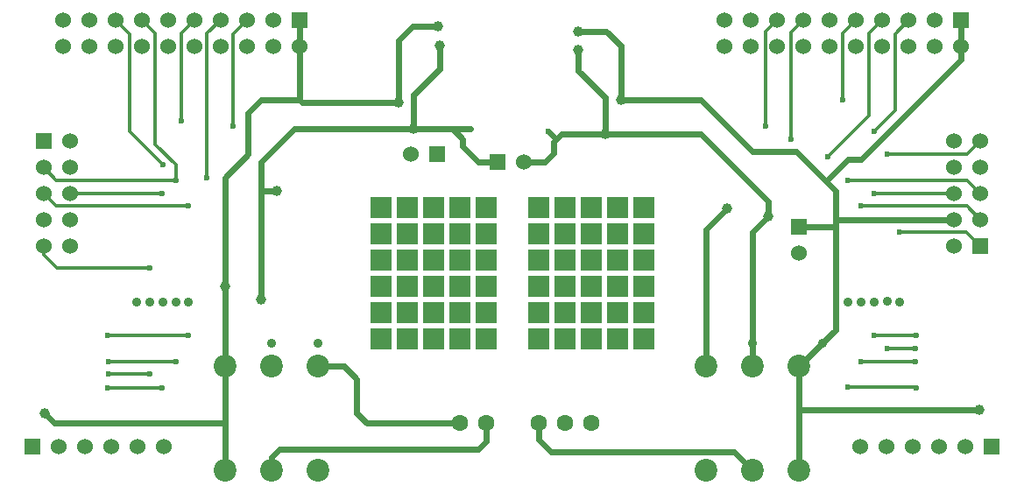
<source format=gbl>
G04 Layer_Physical_Order=2*
G04 Layer_Color=16711680*
%FSLAX25Y25*%
%MOIN*%
G70*
G01*
G75*
%ADD17C,0.02362*%
%ADD18C,0.01181*%
G04:AMPARAMS|DCode=19|XSize=82.68mil|YSize=82.68mil|CornerRadius=4.13mil|HoleSize=0mil|Usage=FLASHONLY|Rotation=180.000|XOffset=0mil|YOffset=0mil|HoleType=Round|Shape=RoundedRectangle|*
%AMROUNDEDRECTD19*
21,1,0.08268,0.07441,0,0,180.0*
21,1,0.07441,0.08268,0,0,180.0*
1,1,0.00827,-0.03721,0.03721*
1,1,0.00827,0.03721,0.03721*
1,1,0.00827,0.03721,-0.03721*
1,1,0.00827,-0.03721,-0.03721*
%
%ADD19ROUNDEDRECTD19*%
%ADD20R,0.06000X0.06000*%
%ADD21C,0.06000*%
%ADD22R,0.06000X0.06000*%
%ADD23C,0.08661*%
%ADD24C,0.06299*%
%ADD25C,0.03543*%
%ADD26C,0.03937*%
%ADD27C,0.02362*%
D17*
X288386Y46260D02*
Y97441D01*
X201339Y124213D02*
X209449D01*
X212598Y127362D02*
Y131890D01*
X209449Y124213D02*
X212598Y127362D01*
X184154Y124213D02*
X191339D01*
X178150Y130217D02*
X184154Y124213D01*
X178150Y130217D02*
Y132874D01*
X306102Y46260D02*
X319882Y60039D01*
X87598Y46260D02*
Y118110D01*
X115866Y147638D02*
Y168228D01*
Y178228D01*
X319882Y102362D02*
Y113189D01*
Y99567D02*
Y102362D01*
X320197Y102047D01*
X365157D01*
X319882Y60039D02*
Y99567D01*
X306102D02*
X319882D01*
X316437Y116634D02*
X319882Y113189D01*
X294291Y103347D02*
Y109252D01*
X268701Y134843D02*
X294291Y109252D01*
X232284Y134843D02*
X268701D01*
X288386Y97441D02*
X294291Y103347D01*
X281496Y13780D02*
X288386Y6890D01*
X211614Y13780D02*
X281496D01*
X207008Y18386D02*
X211614Y13780D01*
X207008Y18386D02*
Y24606D01*
X305118Y127953D02*
X316437Y116634D01*
X367835Y168228D02*
Y178228D01*
Y163110D02*
Y168228D01*
X316437Y116634D02*
X324803Y125000D01*
X329724D01*
X367835Y163110D01*
X288386Y127953D02*
X305118D01*
X268701Y147638D02*
X288386Y127953D01*
X238189Y147638D02*
X268701D01*
X270669Y46260D02*
Y98425D01*
X278543Y106299D01*
X306102Y29528D02*
Y46260D01*
Y6890D02*
Y29528D01*
X306358Y29783D01*
X374744D01*
X141732Y24606D02*
X177008D01*
X137795Y28543D02*
X141732Y24606D01*
X137795Y28543D02*
Y41339D01*
X132874Y46260D02*
X137795Y41339D01*
X123031Y46260D02*
X132874D01*
X187008Y17717D02*
Y24606D01*
X184055Y14764D02*
X187008Y17717D01*
X108268Y14764D02*
X184055D01*
X238189Y147638D02*
Y168307D01*
X232720Y173776D02*
X238189Y168307D01*
X221894Y173776D02*
X232720D01*
X232284Y134843D02*
Y148622D01*
X222004Y158902D02*
X232284Y148622D01*
X222004Y158902D02*
Y166776D01*
X215551Y134843D02*
X232284D01*
X213583Y132874D02*
X215551Y134843D01*
X212598Y131890D02*
X213583Y132874D01*
X213583D02*
X213583D01*
X210630Y135827D02*
X213583Y132874D01*
X96457Y142717D02*
X101378Y147638D01*
X96457Y126969D02*
Y142717D01*
X87598Y118110D02*
X96457Y126969D01*
X22638Y24606D02*
X87598D01*
X18957Y28287D02*
X22638Y24606D01*
X87598Y6890D02*
Y24606D01*
Y46260D01*
X159012Y175744D02*
X168744D01*
X153543Y170276D02*
X159012Y175744D01*
X153543Y146653D02*
Y170276D01*
X101378Y147638D02*
X115866D01*
X116850Y146653D01*
X153543D01*
X174213Y136811D02*
X178150Y132874D01*
X159449Y136811D02*
X174213D01*
X181102D01*
X169181Y159338D02*
Y168307D01*
X159449Y149606D02*
X169181Y159338D01*
X159449Y136811D02*
Y149606D01*
X101378Y124016D02*
X114173Y136811D01*
X159449D01*
X101378Y113189D02*
X107283D01*
X101378Y71850D02*
Y113189D01*
Y124016D01*
X105315Y11811D02*
X108268Y14764D01*
X105315Y6890D02*
Y11811D01*
D18*
X55866Y178228D02*
X61024Y173071D01*
X45866Y178228D02*
X51181Y172914D01*
X334646Y58071D02*
X350394D01*
X350551Y58228D01*
X339646Y53228D02*
X350472D01*
X329724Y48228D02*
X329725Y48228D01*
X350394D01*
X324803Y38386D02*
X350394D01*
X350551Y38228D01*
X344488Y97441D02*
X369764D01*
X375157Y92047D01*
X329724Y107283D02*
X369921D01*
X375157Y102047D01*
X339567Y126969D02*
X370079D01*
X375157Y132047D01*
X324803Y117126D02*
X370079D01*
X375157Y112047D01*
X334646Y112205D02*
X334803Y112047D01*
X365157D01*
X334646Y135827D02*
X342520Y143701D01*
Y172914D01*
X347835Y178228D01*
X316929Y125984D02*
X332677Y141732D01*
Y173071D01*
X337835Y178228D01*
X322835Y147638D02*
Y173228D01*
X327835Y178228D01*
X303150Y132874D02*
Y173543D01*
X307835Y178228D01*
X293244Y173638D02*
X297835Y178228D01*
X293244Y137858D02*
Y173638D01*
Y137858D02*
X293307Y137795D01*
X181102Y136811D02*
X181102Y136811D01*
X43150Y38228D02*
X63819D01*
X43307Y43307D02*
X59055D01*
X43307Y48228D02*
X43307Y48228D01*
X68898D01*
X43150Y58228D02*
X43307Y58071D01*
X73819D01*
X18543Y88740D02*
Y92047D01*
Y88740D02*
X23622Y83661D01*
X59055D01*
X28543Y112047D02*
X63819D01*
X18543D02*
X23307Y107283D01*
X73819D01*
X18543Y122047D02*
X23465Y117126D01*
X68898D01*
X51181Y135827D02*
Y172914D01*
Y135827D02*
X63976Y123031D01*
X61024Y130905D02*
Y173071D01*
Y130905D02*
X68898Y123031D01*
Y117126D02*
Y123031D01*
X70866Y173228D02*
X75866Y178228D01*
X70866Y139764D02*
Y173228D01*
X80709Y173071D02*
X85866Y178228D01*
X80709Y118110D02*
Y173071D01*
X90551Y172913D02*
X95866Y178228D01*
X90551Y137795D02*
Y172913D01*
D19*
X246850Y106693D02*
D03*
X236850D02*
D03*
X226850D02*
D03*
X216850D02*
D03*
X206850D02*
D03*
X186850D02*
D03*
X176850D02*
D03*
X166850D02*
D03*
X156850D02*
D03*
X146850D02*
D03*
X246850Y76693D02*
D03*
X236850D02*
D03*
X226850D02*
D03*
X216850D02*
D03*
X206850D02*
D03*
X186850D02*
D03*
X176850D02*
D03*
X166850D02*
D03*
X156850D02*
D03*
X146850D02*
D03*
Y66693D02*
D03*
X156850D02*
D03*
X166850D02*
D03*
X176850D02*
D03*
X186850D02*
D03*
X206850D02*
D03*
X216850D02*
D03*
X226850D02*
D03*
X236850D02*
D03*
X246850D02*
D03*
X146850Y56693D02*
D03*
X156850D02*
D03*
X166850D02*
D03*
X176850D02*
D03*
X186850D02*
D03*
X206850D02*
D03*
X216850D02*
D03*
X226850D02*
D03*
X236850D02*
D03*
X246850D02*
D03*
X146850Y96693D02*
D03*
X156850D02*
D03*
X166850D02*
D03*
X176850D02*
D03*
X186850D02*
D03*
X206850D02*
D03*
X216850D02*
D03*
X226850D02*
D03*
X236850D02*
D03*
X246850D02*
D03*
X146850Y86693D02*
D03*
X156850D02*
D03*
X166850D02*
D03*
X176850D02*
D03*
X186850D02*
D03*
X206850D02*
D03*
X216850D02*
D03*
X226850D02*
D03*
X236850D02*
D03*
X246850D02*
D03*
D20*
X367835Y178228D02*
D03*
X306102Y99567D02*
D03*
X115866Y178228D02*
D03*
D21*
X367835Y168228D02*
D03*
X357835Y178228D02*
D03*
Y168228D02*
D03*
X347835Y178228D02*
D03*
Y168228D02*
D03*
X337835Y178228D02*
D03*
Y168228D02*
D03*
X327835Y178228D02*
D03*
Y168228D02*
D03*
X317835Y178228D02*
D03*
Y168228D02*
D03*
X307835Y178228D02*
D03*
Y168228D02*
D03*
X297835Y178228D02*
D03*
Y168228D02*
D03*
X287835Y178228D02*
D03*
Y168228D02*
D03*
X277835Y178228D02*
D03*
Y168228D02*
D03*
X365157Y92047D02*
D03*
X375157Y102047D02*
D03*
X365157D02*
D03*
X375157Y112047D02*
D03*
X365157D02*
D03*
X375157Y122047D02*
D03*
X365157D02*
D03*
X375157Y132047D02*
D03*
X365157D02*
D03*
X306102Y89567D02*
D03*
X158465Y126969D02*
D03*
X34291Y15748D02*
D03*
X24291D02*
D03*
X44291D02*
D03*
X54291D02*
D03*
X64291D02*
D03*
X28543Y132047D02*
D03*
X18543Y122047D02*
D03*
X28543D02*
D03*
X18543Y112047D02*
D03*
X28543D02*
D03*
X18543Y102047D02*
D03*
X28543D02*
D03*
X18543Y92047D02*
D03*
X28543D02*
D03*
X115866Y168228D02*
D03*
X105866Y178228D02*
D03*
Y168228D02*
D03*
X95866Y178228D02*
D03*
Y168228D02*
D03*
X85866Y178228D02*
D03*
Y168228D02*
D03*
X75866Y178228D02*
D03*
Y168228D02*
D03*
X65866Y178228D02*
D03*
Y168228D02*
D03*
X55866Y178228D02*
D03*
Y168228D02*
D03*
X45866Y178228D02*
D03*
Y168228D02*
D03*
X35866Y178228D02*
D03*
Y168228D02*
D03*
X25866Y178228D02*
D03*
Y168228D02*
D03*
X201339Y124213D02*
D03*
X359409Y15748D02*
D03*
X369409D02*
D03*
X349409D02*
D03*
X339409D02*
D03*
X329409D02*
D03*
D22*
X375157Y92047D02*
D03*
X168465Y126969D02*
D03*
X14291Y15748D02*
D03*
X18543Y132047D02*
D03*
X191339Y124213D02*
D03*
X379409Y15748D02*
D03*
D23*
X288386Y46260D02*
D03*
Y6890D02*
D03*
X270669Y46260D02*
D03*
Y6890D02*
D03*
X123031Y46260D02*
D03*
Y6890D02*
D03*
X105315Y46260D02*
D03*
Y6890D02*
D03*
X87598Y46260D02*
D03*
Y6890D02*
D03*
X306102Y46260D02*
D03*
Y6890D02*
D03*
D24*
X177008Y24606D02*
D03*
X187008D02*
D03*
X207008D02*
D03*
X217008D02*
D03*
X227008D02*
D03*
D25*
X315059Y55020D02*
D03*
X288287Y55118D02*
D03*
X123130D02*
D03*
X105315D02*
D03*
X324803Y70866D02*
D03*
X329724D02*
D03*
X334646D02*
D03*
X339567Y70965D02*
D03*
X344488Y70866D02*
D03*
X73819D02*
D03*
X68898D02*
D03*
X63976D02*
D03*
X59055D02*
D03*
X54134D02*
D03*
D26*
X294291Y103347D02*
D03*
X278543Y106299D02*
D03*
X374744Y29783D02*
D03*
X238189Y147638D02*
D03*
X221894Y173776D02*
D03*
X222004Y166776D02*
D03*
X232284Y134843D02*
D03*
X159449Y136811D02*
D03*
X101378Y71850D02*
D03*
X18957Y28287D02*
D03*
X87598Y76772D02*
D03*
X168744Y175744D02*
D03*
X169181Y168307D02*
D03*
X153543Y146653D02*
D03*
X107283Y113189D02*
D03*
D27*
X334646Y58071D02*
D03*
X350551Y58228D02*
D03*
X339646Y53228D02*
D03*
X350472D02*
D03*
X329724Y48228D02*
D03*
X350394Y48228D02*
D03*
X324803Y38386D02*
D03*
X350551Y38228D02*
D03*
X344488Y97441D02*
D03*
X329724Y107283D02*
D03*
X339567Y126969D02*
D03*
X324803Y117126D02*
D03*
X334646Y112205D02*
D03*
Y135827D02*
D03*
X316929Y125984D02*
D03*
X322835Y147638D02*
D03*
X303150Y132874D02*
D03*
X293307Y137795D02*
D03*
X210630Y135827D02*
D03*
X181102Y136811D02*
D03*
X43150Y38228D02*
D03*
X63819D02*
D03*
X59055Y43307D02*
D03*
X43307Y48228D02*
D03*
X43307Y43307D02*
D03*
X68898Y48228D02*
D03*
X43150Y58228D02*
D03*
X73819Y58071D02*
D03*
X59055Y83661D02*
D03*
X63819Y112047D02*
D03*
X73819Y107283D02*
D03*
X68898Y117126D02*
D03*
X63976Y123031D02*
D03*
X70866Y139764D02*
D03*
X80709Y118110D02*
D03*
X90551Y137795D02*
D03*
M02*

</source>
